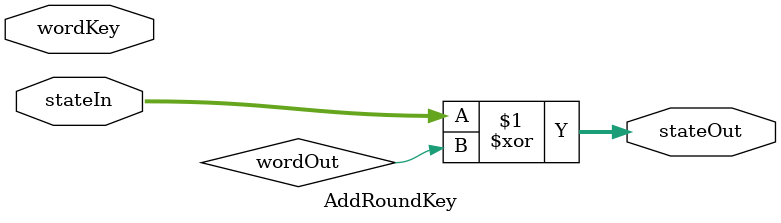
<source format=v>
module AddRoundKey (stateIn, wordKey, stateOut);
// Main module parameters
input [127:0] stateIn;
input [127:0] wordKey;
output [127:0] stateOut;

assign stateOut = stateIn ^ wordOut;
endmodule

</source>
